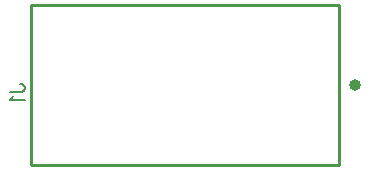
<source format=gbr>
G04 DipTrace 3.2.0.1*
G04 BottomSilk.gbr*
%MOMM*%
G04 #@! TF.FileFunction,Legend,Bot*
G04 #@! TF.Part,Single*
%ADD10C,0.25*%
%ADD22O,1.00197X1.00022*%
%ADD53C,0.19608*%
%FSLAX35Y35*%
G04*
G71*
G90*
G75*
G01*
G04 BotSilk*
%LPD*%
D22*
X1311902Y3048000D3*
X1175003Y3727500D2*
D10*
X-1429000D1*
Y2368500D1*
X1175003D1*
Y3727500D1*
X-1610993Y2993327D2*
D53*
X-1513847D1*
X-1495597Y2999363D1*
X-1489561Y3005540D1*
X-1483384Y3017613D1*
Y3029827D1*
X-1489561Y3041900D1*
X-1495597Y3047936D1*
X-1513847Y3054113D1*
X-1525920D1*
X-1586567Y2954111D2*
X-1592743Y2941898D1*
X-1610853Y2923648D1*
X-1483384D1*
M02*

</source>
